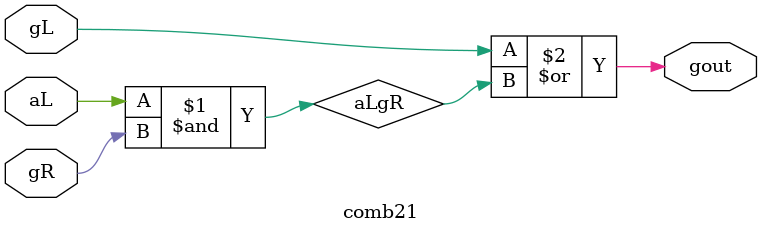
<source format=v>
`timescale 1ns / 1ps
module comb21(
    input gL,
    input aL,
    input gR,
    output gout
    );

wire aLgR;

and(aLgR, aL, gR);
or(gout, gL, aLgR);

endmodule

</source>
